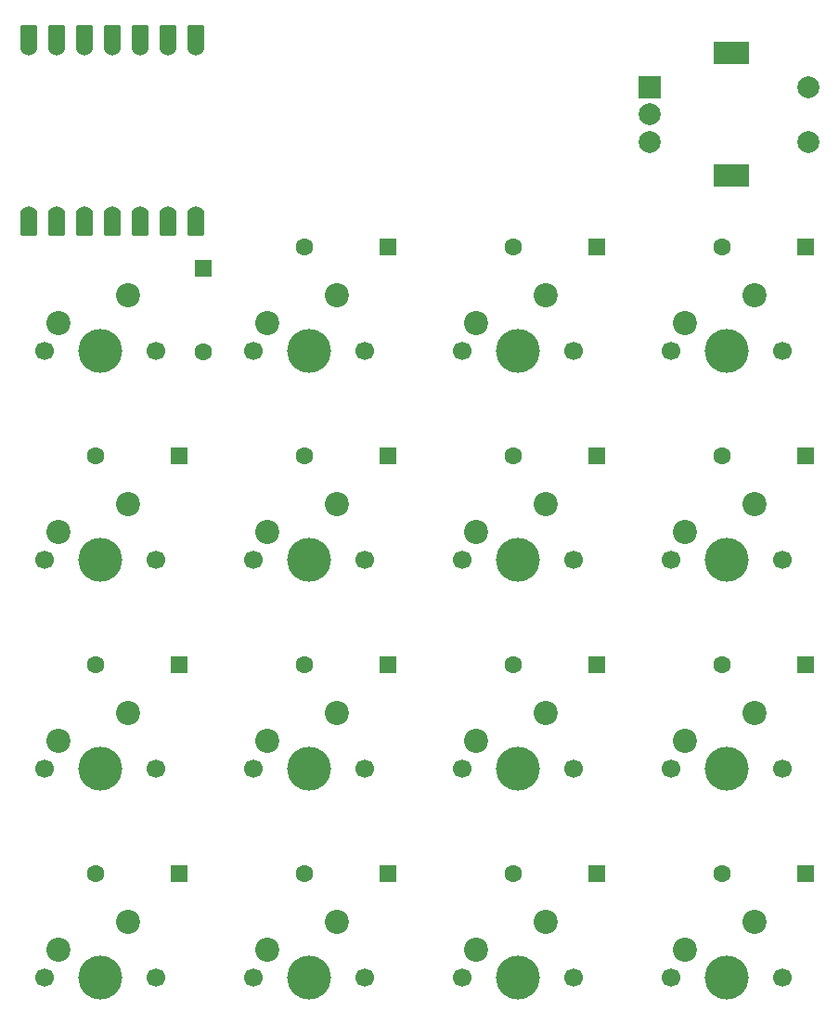
<source format=gbr>
%TF.GenerationSoftware,KiCad,Pcbnew,9.0.6*%
%TF.CreationDate,2025-12-17T16:24:02+01:00*%
%TF.ProjectId,numpad,6e756d70-6164-42e6-9b69-6361645f7063,rev?*%
%TF.SameCoordinates,Original*%
%TF.FileFunction,Soldermask,Top*%
%TF.FilePolarity,Negative*%
%FSLAX46Y46*%
G04 Gerber Fmt 4.6, Leading zero omitted, Abs format (unit mm)*
G04 Created by KiCad (PCBNEW 9.0.6) date 2025-12-17 16:24:02*
%MOMM*%
%LPD*%
G01*
G04 APERTURE LIST*
G04 Aperture macros list*
%AMRoundRect*
0 Rectangle with rounded corners*
0 $1 Rounding radius*
0 $2 $3 $4 $5 $6 $7 $8 $9 X,Y pos of 4 corners*
0 Add a 4 corners polygon primitive as box body*
4,1,4,$2,$3,$4,$5,$6,$7,$8,$9,$2,$3,0*
0 Add four circle primitives for the rounded corners*
1,1,$1+$1,$2,$3*
1,1,$1+$1,$4,$5*
1,1,$1+$1,$6,$7*
1,1,$1+$1,$8,$9*
0 Add four rect primitives between the rounded corners*
20,1,$1+$1,$2,$3,$4,$5,0*
20,1,$1+$1,$4,$5,$6,$7,0*
20,1,$1+$1,$6,$7,$8,$9,0*
20,1,$1+$1,$8,$9,$2,$3,0*%
G04 Aperture macros list end*
%ADD10RoundRect,0.250000X0.550000X0.550000X-0.550000X0.550000X-0.550000X-0.550000X0.550000X-0.550000X0*%
%ADD11C,1.600000*%
%ADD12C,1.700000*%
%ADD13C,4.000000*%
%ADD14C,2.200000*%
%ADD15RoundRect,0.250000X-0.550000X0.550000X-0.550000X-0.550000X0.550000X-0.550000X0.550000X0.550000X0*%
%ADD16RoundRect,0.152400X-0.609600X1.063600X-0.609600X-1.063600X0.609600X-1.063600X0.609600X1.063600X0*%
%ADD17C,1.524000*%
%ADD18RoundRect,0.152400X0.609600X-1.063600X0.609600X1.063600X-0.609600X1.063600X-0.609600X-1.063600X0*%
%ADD19R,2.000000X2.000000*%
%ADD20C,2.000000*%
%ADD21R,3.200000X2.000000*%
G04 APERTURE END LIST*
D10*
%TO.C,D1*%
X87788750Y-88106250D03*
D11*
X80168750Y-88106250D03*
%TD*%
D10*
%TO.C,D9*%
X144938750Y-107156250D03*
D11*
X137318750Y-107156250D03*
%TD*%
D12*
%TO.C,SW6*%
X113665000Y-135731250D03*
D13*
X118745000Y-135731250D03*
D12*
X123825000Y-135731250D03*
D14*
X121285000Y-130651250D03*
X114935000Y-133191250D03*
%TD*%
D10*
%TO.C,D11*%
X87788750Y-107156250D03*
D11*
X80168750Y-107156250D03*
%TD*%
D10*
%TO.C,D6*%
X125888750Y-107156250D03*
D11*
X118268750Y-107156250D03*
%TD*%
D10*
%TO.C,D15*%
X125888750Y-69056250D03*
D11*
X118268750Y-69056250D03*
%TD*%
D10*
%TO.C,D4*%
X106838750Y-126206250D03*
D11*
X99218750Y-126206250D03*
%TD*%
D12*
%TO.C,SW16*%
X132715000Y-78581250D03*
D13*
X137795000Y-78581250D03*
D12*
X142875000Y-78581250D03*
D14*
X140335000Y-73501250D03*
X133985000Y-76041250D03*
%TD*%
D10*
%TO.C,D10*%
X144938750Y-126206250D03*
D11*
X137318750Y-126206250D03*
%TD*%
D12*
%TO.C,SW4*%
X113665000Y-97631250D03*
D13*
X118745000Y-97631250D03*
D12*
X123825000Y-97631250D03*
D14*
X121285000Y-92551250D03*
X114935000Y-95091250D03*
%TD*%
D12*
%TO.C,SW1*%
X94615000Y-97631250D03*
D13*
X99695000Y-97631250D03*
D12*
X104775000Y-97631250D03*
D14*
X102235000Y-92551250D03*
X95885000Y-95091250D03*
%TD*%
D10*
%TO.C,D16*%
X144938750Y-69056250D03*
D11*
X137318750Y-69056250D03*
%TD*%
D15*
%TO.C,D13*%
X90000000Y-71000000D03*
D11*
X90000000Y-78620000D03*
%TD*%
D10*
%TO.C,D12*%
X87788750Y-126206250D03*
D11*
X80168750Y-126206250D03*
%TD*%
D10*
%TO.C,D5*%
X125888750Y-88106250D03*
D11*
X118268750Y-88106250D03*
%TD*%
D12*
%TO.C,SW5*%
X113665000Y-116681250D03*
D13*
X118745000Y-116681250D03*
D12*
X123825000Y-116681250D03*
D14*
X121285000Y-111601250D03*
X114935000Y-114141250D03*
%TD*%
D12*
%TO.C,SW11*%
X75565000Y-116681250D03*
D13*
X80645000Y-116681250D03*
D12*
X85725000Y-116681250D03*
D14*
X83185000Y-111601250D03*
X76835000Y-114141250D03*
%TD*%
D16*
%TO.C,U1*%
X74066400Y-66925800D03*
D17*
X74066400Y-66090800D03*
D16*
X76606400Y-66925800D03*
D17*
X76606400Y-66090800D03*
D16*
X79146400Y-66925800D03*
D17*
X79146400Y-66090800D03*
D16*
X81686400Y-66925800D03*
D17*
X81686400Y-66090800D03*
D16*
X84226400Y-66925800D03*
D17*
X84226400Y-66090800D03*
D16*
X86766400Y-66925800D03*
D17*
X86766400Y-66090800D03*
D16*
X89306400Y-66925800D03*
D17*
X89306400Y-66090800D03*
X89306400Y-50850800D03*
D18*
X89306400Y-50015800D03*
D17*
X86766400Y-50850800D03*
D18*
X86766400Y-50015800D03*
D17*
X84226400Y-50850800D03*
D18*
X84226400Y-50015800D03*
D17*
X81686400Y-50850800D03*
D18*
X81686400Y-50015800D03*
D17*
X79146400Y-50850800D03*
D18*
X79146400Y-50015800D03*
D17*
X76606400Y-50850800D03*
D18*
X76606400Y-50015800D03*
D17*
X74066400Y-50850800D03*
D18*
X74066400Y-50015800D03*
%TD*%
D12*
%TO.C,SW13*%
X75565000Y-78581250D03*
D13*
X80645000Y-78581250D03*
D12*
X85725000Y-78581250D03*
D14*
X83185000Y-73501250D03*
X76835000Y-76041250D03*
%TD*%
D10*
%TO.C,D8*%
X144938750Y-88106250D03*
D11*
X137318750Y-88106250D03*
%TD*%
D10*
%TO.C,D7*%
X125888750Y-126206250D03*
D11*
X118268750Y-126206250D03*
%TD*%
D12*
%TO.C,SW12*%
X75565000Y-135731250D03*
D13*
X80645000Y-135731250D03*
D12*
X85725000Y-135731250D03*
D14*
X83185000Y-130651250D03*
X76835000Y-133191250D03*
%TD*%
D12*
%TO.C,SW9*%
X132715000Y-135731250D03*
D13*
X137795000Y-135731250D03*
D12*
X142875000Y-135731250D03*
D14*
X140335000Y-130651250D03*
X133985000Y-133191250D03*
%TD*%
D12*
%TO.C,SW8*%
X132715000Y-116681250D03*
D13*
X137795000Y-116681250D03*
D12*
X142875000Y-116681250D03*
D14*
X140335000Y-111601250D03*
X133985000Y-114141250D03*
%TD*%
D10*
%TO.C,D2*%
X106838750Y-88106250D03*
D11*
X99218750Y-88106250D03*
%TD*%
D12*
%TO.C,SW3*%
X94615000Y-135731250D03*
D13*
X99695000Y-135731250D03*
D12*
X104775000Y-135731250D03*
D14*
X102235000Y-130651250D03*
X95885000Y-133191250D03*
%TD*%
D12*
%TO.C,SW7*%
X132715000Y-97631250D03*
D13*
X137795000Y-97631250D03*
D12*
X142875000Y-97631250D03*
D14*
X140335000Y-92551250D03*
X133985000Y-95091250D03*
%TD*%
D12*
%TO.C,SW2*%
X94615000Y-116681250D03*
D13*
X99695000Y-116681250D03*
D12*
X104775000Y-116681250D03*
D14*
X102235000Y-111601250D03*
X95885000Y-114141250D03*
%TD*%
D19*
%TO.C,SW17*%
X130737200Y-54500000D03*
D20*
X130737200Y-59500000D03*
X130737200Y-57000000D03*
D21*
X138237200Y-51400000D03*
X138237200Y-62600000D03*
D20*
X145237200Y-59500000D03*
X145237200Y-54500000D03*
%TD*%
D12*
%TO.C,SW14*%
X94615000Y-78581250D03*
D13*
X99695000Y-78581250D03*
D12*
X104775000Y-78581250D03*
D14*
X102235000Y-73501250D03*
X95885000Y-76041250D03*
%TD*%
D12*
%TO.C,SW15*%
X113665000Y-78581250D03*
D13*
X118745000Y-78581250D03*
D12*
X123825000Y-78581250D03*
D14*
X121285000Y-73501250D03*
X114935000Y-76041250D03*
%TD*%
D12*
%TO.C,SW10*%
X75565000Y-97631250D03*
D13*
X80645000Y-97631250D03*
D12*
X85725000Y-97631250D03*
D14*
X83185000Y-92551250D03*
X76835000Y-95091250D03*
%TD*%
D10*
%TO.C,D3*%
X106838750Y-107156250D03*
D11*
X99218750Y-107156250D03*
%TD*%
D10*
%TO.C,D14*%
X106838750Y-69056250D03*
D11*
X99218750Y-69056250D03*
%TD*%
M02*

</source>
